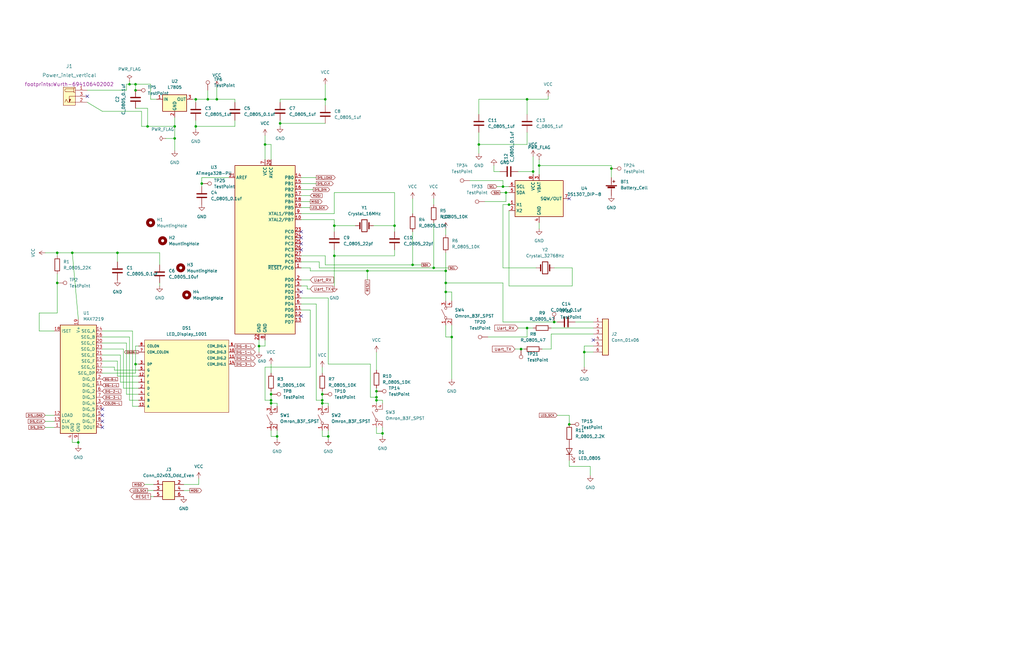
<source format=kicad_sch>
(kicad_sch (version 20211123) (generator eeschema)
  (paper "USLedger")
  (junction (at 158.75 167.64))
  (junction (at 82.55 53.34))
  (junction (at 73.66 58.42))
  (junction (at 173.99 111.76))
  (junction (at 227.33 69.85))
  (junction (at 135.89 168.91))
  (junction (at 166.37 95.25))
  (junction (at 116.84 184.15))
  (junction (at 158.75 165.1))
  (junction (at 222.25 41.91))
  (junction (at 57.15 153.67))
  (junction (at 91.44 41.91))
  (junction (at 114.3 166.37))
  (junction (at 135.89 170.18))
  (junction (at 49.53 106.68))
  (junction (at 190.5 142.24))
  (junction (at 54.61 35.56))
  (junction (at 187.96 119.38))
  (junction (at 257.81 71.12))
  (junction (at 224.79 72.39))
  (junction (at 213.36 81.28))
  (junction (at 135.89 166.37))
  (junction (at 158.75 168.91))
  (junction (at 212.09 78.74))
  (junction (at 240.03 179.07))
  (junction (at 214.63 86.36))
  (junction (at 140.97 107.95))
  (junction (at 114.3 168.91))
  (junction (at 219.71 147.32))
  (junction (at 140.97 95.25))
  (junction (at 111.76 60.96))
  (junction (at 118.11 52.07))
  (junction (at 114.3 170.18))
  (junction (at 182.88 113.03))
  (junction (at 33.02 186.69))
  (junction (at 24.13 106.68))
  (junction (at 57.15 38.1))
  (junction (at 85.09 77.47))
  (junction (at 30.48 106.68))
  (junction (at 222.25 138.43))
  (junction (at 62.23 53.34))
  (junction (at 246.38 148.59))
  (junction (at 82.55 41.91))
  (junction (at 24.13 119.38))
  (junction (at 233.68 135.89))
  (junction (at 154.94 114.3))
  (junction (at 187.96 123.19))
  (junction (at 137.16 41.91))
  (junction (at 201.93 60.96))
  (junction (at 57.15 35.56))
  (junction (at 87.63 41.91))
  (junction (at 138.43 184.15))
  (junction (at 73.66 53.34))
  (junction (at 161.29 182.88))
  (junction (at 109.22 146.05))
  (junction (at 187.96 114.3))
  (no_connect (at 127 100.33))
  (no_connect (at 127 97.79))
  (no_connect (at 127 105.41))
  (no_connect (at 127 102.87))
  (no_connect (at 36.83 40.64))
  (no_connect (at 43.18 177.8))
  (no_connect (at 43.18 175.26))
  (no_connect (at 43.18 180.34))
  (no_connect (at 43.18 172.72))
  (no_connect (at 240.03 83.82))
  (no_connect (at 127 123.19))
  (no_connect (at 127 133.35))
  (no_connect (at 250.19 143.51))
  (wire (pts (xy 62.23 53.34) (xy 73.66 53.34)))
  (wire (pts (xy 49.53 106.68) (xy 67.31 106.68)))
  (wire (pts (xy 73.66 49.53) (xy 73.66 53.34)))
  (wire (pts (xy 63.5 41.91) (xy 66.04 41.91)))
  (wire (pts (xy 127 90.17) (xy 140.97 90.17)))
  (wire (pts (xy 140.97 105.41) (xy 140.97 107.95)))
  (wire (pts (xy 114.3 153.67) (xy 114.3 157.48)))
  (wire (pts (xy 227.33 69.85) (xy 257.81 69.85)))
  (wire (pts (xy 127 120.65) (xy 129.54 120.65)))
  (wire (pts (xy 54.61 168.91) (xy 58.42 168.91)))
  (wire (pts (xy 48.26 154.94) (xy 48.26 156.21)))
  (wire (pts (xy 227.33 73.66) (xy 227.33 69.85)))
  (wire (pts (xy 127 92.71) (xy 140.97 92.71)))
  (wire (pts (xy 59.69 46.99) (xy 59.69 53.34)))
  (wire (pts (xy 246.38 148.59) (xy 246.38 154.94)))
  (wire (pts (xy 140.97 92.71) (xy 140.97 95.25)))
  (wire (pts (xy 127 118.11) (xy 130.81 118.11)))
  (wire (pts (xy 133.35 128.27) (xy 133.35 168.91)))
  (wire (pts (xy 99.06 53.34) (xy 99.06 50.8)))
  (wire (pts (xy 82.55 54.61) (xy 82.55 53.34)))
  (wire (pts (xy 43.18 147.32) (xy 52.07 147.32)))
  (wire (pts (xy 82.55 53.34) (xy 99.06 53.34)))
  (wire (pts (xy 233.68 135.89) (xy 234.95 135.89)))
  (wire (pts (xy 240.03 175.26) (xy 240.03 179.07)))
  (wire (pts (xy 54.61 35.56) (xy 57.15 35.56)))
  (wire (pts (xy 248.92 196.85) (xy 248.92 200.66)))
  (wire (pts (xy 96.52 74.93) (xy 85.09 74.93)))
  (wire (pts (xy 19.05 177.8) (xy 22.86 177.8)))
  (wire (pts (xy 140.97 107.95) (xy 140.97 120.65)))
  (wire (pts (xy 161.29 182.88) (xy 161.29 184.15)))
  (wire (pts (xy 187.96 119.38) (xy 212.09 119.38)))
  (wire (pts (xy 53.34 35.56) (xy 54.61 35.56)))
  (wire (pts (xy 204.47 85.09) (xy 213.36 85.09)))
  (wire (pts (xy 208.28 69.85) (xy 208.28 72.39)))
  (wire (pts (xy 190.5 123.19) (xy 187.96 123.19)))
  (wire (pts (xy 24.13 132.08) (xy 16.51 132.08)))
  (wire (pts (xy 212.09 135.89) (xy 233.68 135.89)))
  (wire (pts (xy 201.93 41.91) (xy 222.25 41.91)))
  (wire (pts (xy 130.81 114.3) (xy 154.94 114.3)))
  (wire (pts (xy 134.62 110.49) (xy 134.62 113.03)))
  (wire (pts (xy 214.63 120.65) (xy 241.3 120.65)))
  (wire (pts (xy 114.3 181.61) (xy 114.3 184.15)))
  (wire (pts (xy 49.53 106.68) (xy 49.53 110.49)))
  (wire (pts (xy 48.26 156.21) (xy 58.42 156.21)))
  (wire (pts (xy 111.76 146.05) (xy 109.22 146.05)))
  (wire (pts (xy 49.53 158.75) (xy 58.42 158.75)))
  (wire (pts (xy 222.25 138.43) (xy 224.79 138.43)))
  (wire (pts (xy 158.75 167.64) (xy 158.75 168.91)))
  (wire (pts (xy 109.22 143.51) (xy 109.22 146.05)))
  (wire (pts (xy 57.15 153.67) (xy 58.42 153.67)))
  (wire (pts (xy 127 125.73) (xy 138.43 125.73)))
  (wire (pts (xy 137.16 107.95) (xy 137.16 111.76)))
  (wire (pts (xy 43.18 152.4) (xy 49.53 152.4)))
  (wire (pts (xy 210.82 81.28) (xy 213.36 81.28)))
  (wire (pts (xy 24.13 106.68) (xy 24.13 107.95)))
  (wire (pts (xy 138.43 184.15) (xy 138.43 185.42)))
  (wire (pts (xy 43.18 144.78) (xy 53.34 144.78)))
  (wire (pts (xy 30.48 106.68) (xy 33.02 134.62)))
  (wire (pts (xy 109.22 146.05) (xy 109.22 148.59)))
  (wire (pts (xy 135.89 166.37) (xy 135.89 168.91)))
  (wire (pts (xy 212.09 78.74) (xy 212.09 76.2)))
  (wire (pts (xy 43.18 149.86) (xy 50.8 149.86)))
  (wire (pts (xy 81.28 41.91) (xy 82.55 41.91)))
  (wire (pts (xy 91.44 41.91) (xy 99.06 41.91)))
  (wire (pts (xy 135.89 165.1) (xy 135.89 166.37)))
  (wire (pts (xy 187.96 106.68) (xy 187.96 114.3)))
  (wire (pts (xy 36.83 43.18) (xy 43.18 46.99)))
  (wire (pts (xy 49.53 152.4) (xy 49.53 158.75)))
  (wire (pts (xy 114.3 184.15) (xy 116.84 184.15)))
  (wire (pts (xy 127 80.01) (xy 132.08 80.01)))
  (wire (pts (xy 16.51 132.08) (xy 16.51 139.7)))
  (wire (pts (xy 30.48 106.68) (xy 49.53 106.68)))
  (wire (pts (xy 77.47 204.47) (xy 83.82 204.47)))
  (wire (pts (xy 158.75 163.83) (xy 158.75 165.1)))
  (wire (pts (xy 213.36 81.28) (xy 214.63 81.28)))
  (wire (pts (xy 111.76 154.94) (xy 111.76 168.91)))
  (wire (pts (xy 82.55 43.18) (xy 82.55 41.91)))
  (wire (pts (xy 127 128.27) (xy 133.35 128.27)))
  (wire (pts (xy 173.99 83.82) (xy 173.99 90.17)))
  (wire (pts (xy 43.18 154.94) (xy 48.26 154.94)))
  (wire (pts (xy 212.09 76.2) (xy 198.12 76.2)))
  (wire (pts (xy 57.15 45.72) (xy 62.23 45.72)))
  (wire (pts (xy 135.89 168.91) (xy 135.89 170.18)))
  (wire (pts (xy 138.43 125.73) (xy 138.43 153.67)))
  (wire (pts (xy 116.84 170.18) (xy 114.3 170.18)))
  (wire (pts (xy 43.18 139.7) (xy 55.88 139.7)))
  (wire (pts (xy 214.63 86.36) (xy 212.09 86.36)))
  (wire (pts (xy 157.48 95.25) (xy 166.37 95.25)))
  (wire (pts (xy 182.88 93.98) (xy 182.88 113.03)))
  (wire (pts (xy 140.97 95.25) (xy 149.86 95.25)))
  (wire (pts (xy 138.43 181.61) (xy 138.43 184.15)))
  (wire (pts (xy 222.25 41.91) (xy 222.25 48.26)))
  (wire (pts (xy 127 113.03) (xy 130.81 113.03)))
  (wire (pts (xy 138.43 153.67) (xy 156.21 153.67)))
  (wire (pts (xy 201.93 41.91) (xy 201.93 48.26)))
  (wire (pts (xy 116.84 171.45) (xy 116.84 170.18)))
  (wire (pts (xy 134.62 113.03) (xy 182.88 113.03)))
  (wire (pts (xy 62.23 45.72) (xy 62.23 53.34)))
  (wire (pts (xy 58.42 146.05) (xy 57.15 146.05)))
  (wire (pts (xy 257.81 71.12) (xy 257.81 74.93)))
  (wire (pts (xy 240.03 194.31) (xy 240.03 196.85)))
  (wire (pts (xy 55.88 171.45) (xy 58.42 171.45)))
  (wire (pts (xy 135.89 170.18) (xy 135.89 171.45)))
  (wire (pts (xy 63.5 209.55) (xy 64.77 209.55)))
  (wire (pts (xy 158.75 165.1) (xy 158.75 167.64)))
  (wire (pts (xy 140.97 107.95) (xy 166.37 107.95)))
  (wire (pts (xy 250.19 140.97) (xy 232.41 140.97)))
  (wire (pts (xy 187.96 137.16) (xy 187.96 142.24)))
  (wire (pts (xy 158.75 168.91) (xy 158.75 170.18)))
  (wire (pts (xy 127 130.81) (xy 130.81 130.81)))
  (wire (pts (xy 130.81 113.03) (xy 130.81 114.3)))
  (wire (pts (xy 222.25 55.88) (xy 222.25 60.96)))
  (wire (pts (xy 43.18 46.99) (xy 59.69 46.99)))
  (wire (pts (xy 118.11 43.18) (xy 118.11 41.91)))
  (wire (pts (xy 111.76 154.94) (xy 130.81 154.94)))
  (wire (pts (xy 224.79 66.04) (xy 224.79 72.39)))
  (wire (pts (xy 59.69 53.34) (xy 62.23 53.34)))
  (wire (pts (xy 99.06 43.18) (xy 99.06 41.91)))
  (wire (pts (xy 111.76 168.91) (xy 114.3 168.91)))
  (wire (pts (xy 114.3 165.1) (xy 114.3 166.37)))
  (wire (pts (xy 127 110.49) (xy 134.62 110.49)))
  (wire (pts (xy 166.37 95.25) (xy 166.37 97.79)))
  (wire (pts (xy 190.5 127) (xy 190.5 123.19)))
  (wire (pts (xy 24.13 119.38) (xy 24.13 132.08)))
  (wire (pts (xy 30.48 185.42) (xy 30.48 186.69)))
  (wire (pts (xy 36.83 38.1) (xy 53.34 38.1)))
  (wire (pts (xy 53.34 38.1) (xy 53.34 35.56)))
  (wire (pts (xy 217.17 147.32) (xy 219.71 147.32)))
  (wire (pts (xy 127 82.55) (xy 130.81 82.55)))
  (wire (pts (xy 127 85.09) (xy 130.81 85.09)))
  (wire (pts (xy 114.3 170.18) (xy 114.3 171.45)))
  (wire (pts (xy 83.82 201.93) (xy 83.82 204.47)))
  (wire (pts (xy 53.34 166.37) (xy 58.42 166.37)))
  (wire (pts (xy 215.9 86.36) (xy 214.63 86.36)))
  (wire (pts (xy 67.31 119.38) (xy 67.31 120.65)))
  (wire (pts (xy 114.3 67.31) (xy 114.3 60.96)))
  (wire (pts (xy 224.79 72.39) (xy 224.79 73.66)))
  (wire (pts (xy 187.96 142.24) (xy 190.5 142.24)))
  (wire (pts (xy 156.21 153.67) (xy 156.21 167.64)))
  (wire (pts (xy 218.44 72.39) (xy 224.79 72.39)))
  (wire (pts (xy 201.93 60.96) (xy 222.25 60.96)))
  (wire (pts (xy 127 87.63) (xy 130.81 87.63)))
  (wire (pts (xy 241.3 113.03) (xy 233.68 113.03)))
  (wire (pts (xy 50.8 149.86) (xy 50.8 161.29)))
  (wire (pts (xy 214.63 88.9) (xy 214.63 120.65)))
  (wire (pts (xy 133.35 168.91) (xy 135.89 168.91)))
  (wire (pts (xy 114.3 168.91) (xy 114.3 170.18)))
  (wire (pts (xy 210.82 72.39) (xy 208.28 72.39)))
  (wire (pts (xy 166.37 81.28) (xy 166.37 95.25)))
  (wire (pts (xy 50.8 161.29) (xy 58.42 161.29)))
  (wire (pts (xy 213.36 81.28) (xy 213.36 85.09)))
  (wire (pts (xy 129.54 121.92) (xy 130.81 121.92)))
  (wire (pts (xy 43.18 157.48) (xy 57.15 157.48)))
  (wire (pts (xy 91.44 36.83) (xy 91.44 41.91)))
  (wire (pts (xy 205.74 142.24) (xy 222.25 142.24)))
  (wire (pts (xy 242.57 135.89) (xy 250.19 135.89)))
  (wire (pts (xy 67.31 106.68) (xy 67.31 111.76)))
  (wire (pts (xy 85.09 77.47) (xy 85.09 78.74)))
  (wire (pts (xy 137.16 35.56) (xy 137.16 41.91)))
  (wire (pts (xy 85.09 74.93) (xy 85.09 77.47)))
  (wire (pts (xy 246.38 148.59) (xy 250.19 148.59)))
  (wire (pts (xy 118.11 41.91) (xy 137.16 41.91)))
  (wire (pts (xy 127 77.47) (xy 133.35 77.47)))
  (wire (pts (xy 77.47 207.01) (xy 80.01 207.01)))
  (wire (pts (xy 232.41 140.97) (xy 232.41 147.32)))
  (wire (pts (xy 212.09 113.03) (xy 226.06 113.03)))
  (wire (pts (xy 54.61 142.24) (xy 54.61 168.91)))
  (wire (pts (xy 114.3 166.37) (xy 114.3 168.91)))
  (wire (pts (xy 234.95 175.26) (xy 240.03 175.26)))
  (wire (pts (xy 127 107.95) (xy 137.16 107.95)))
  (wire (pts (xy 19.05 180.34) (xy 22.86 180.34)))
  (wire (pts (xy 116.84 184.15) (xy 116.84 185.42)))
  (wire (pts (xy 30.48 186.69) (xy 33.02 186.69)))
  (wire (pts (xy 212.09 78.74) (xy 214.63 78.74)))
  (wire (pts (xy 158.75 148.59) (xy 158.75 156.21)))
  (wire (pts (xy 87.63 38.1) (xy 87.63 41.91)))
  (wire (pts (xy 135.89 154.94) (xy 135.89 157.48)))
  (wire (pts (xy 232.41 138.43) (xy 250.19 138.43)))
  (wire (pts (xy 82.55 41.91) (xy 87.63 41.91)))
  (wire (pts (xy 227.33 93.98) (xy 227.33 96.52)))
  (wire (pts (xy 135.89 184.15) (xy 138.43 184.15)))
  (wire (pts (xy 190.5 137.16) (xy 190.5 142.24)))
  (wire (pts (xy 212.09 119.38) (xy 212.09 135.89)))
  (wire (pts (xy 19.05 175.26) (xy 22.86 175.26)))
  (wire (pts (xy 111.76 57.15) (xy 111.76 60.96)))
  (wire (pts (xy 53.34 144.78) (xy 53.34 166.37)))
  (wire (pts (xy 222.25 41.91) (xy 231.14 41.91)))
  (wire (pts (xy 201.93 55.88) (xy 201.93 60.96)))
  (wire (pts (xy 138.43 171.45) (xy 138.43 170.18)))
  (wire (pts (xy 187.96 119.38) (xy 187.96 123.19)))
  (wire (pts (xy 240.03 196.85) (xy 248.92 196.85)))
  (wire (pts (xy 140.97 95.25) (xy 140.97 97.79)))
  (wire (pts (xy 24.13 115.57) (xy 24.13 119.38)))
  (wire (pts (xy 63.5 35.56) (xy 57.15 35.56)))
  (wire (pts (xy 111.76 60.96) (xy 114.3 60.96)))
  (wire (pts (xy 257.81 69.85) (xy 257.81 71.12)))
  (wire (pts (xy 228.6 147.32) (xy 232.41 147.32)))
  (wire (pts (xy 154.94 114.3) (xy 154.94 118.11)))
  (wire (pts (xy 63.5 35.56) (xy 63.5 41.91)))
  (wire (pts (xy 138.43 170.18) (xy 135.89 170.18)))
  (wire (pts (xy 118.11 50.8) (xy 118.11 52.07)))
  (wire (pts (xy 212.09 86.36) (xy 212.09 113.03)))
  (wire (pts (xy 60.96 204.47) (xy 64.77 204.47)))
  (wire (pts (xy 73.66 58.42) (xy 73.66 63.5)))
  (wire (pts (xy 57.15 146.05) (xy 57.15 153.67)))
  (wire (pts (xy 190.5 142.24) (xy 190.5 160.02)))
  (wire (pts (xy 227.33 67.31) (xy 227.33 69.85)))
  (wire (pts (xy 111.76 60.96) (xy 111.76 67.31)))
  (wire (pts (xy 19.05 106.68) (xy 24.13 106.68)))
  (wire (pts (xy 250.19 146.05) (xy 246.38 146.05)))
  (wire (pts (xy 219.71 147.32) (xy 220.98 147.32)))
  (wire (pts (xy 116.84 181.61) (xy 116.84 184.15)))
  (wire (pts (xy 156.21 167.64) (xy 158.75 167.64)))
  (wire (pts (xy 166.37 105.41) (xy 166.37 107.95)))
  (wire (pts (xy 43.18 142.24) (xy 54.61 142.24)))
  (wire (pts (xy 129.54 120.65) (xy 129.54 121.92)))
  (wire (pts (xy 33.02 185.42) (xy 33.02 186.69)))
  (wire (pts (xy 187.96 123.19) (xy 187.96 127)))
  (wire (pts (xy 52.07 147.32) (xy 52.07 163.83)))
  (wire (pts (xy 33.02 186.69) (xy 33.02 187.96)))
  (wire (pts (xy 57.15 38.1) (xy 57.15 35.56)))
  (wire (pts (xy 231.14 40.64) (xy 231.14 41.91)))
  (wire (pts (xy 111.76 143.51) (xy 111.76 146.05)))
  (wire (pts (xy 118.11 52.07) (xy 137.16 52.07)))
  (wire (pts (xy 62.23 207.01) (xy 64.77 207.01)))
  (wire (pts (xy 87.63 41.91) (xy 91.44 41.91)))
  (wire (pts (xy 209.55 78.74) (xy 212.09 78.74)))
  (wire (pts (xy 161.29 170.18) (xy 161.29 168.91)))
  (wire (pts (xy 173.99 111.76) (xy 177.8 111.76)))
  (wire (pts (xy 218.44 138.43) (xy 222.25 138.43)))
  (wire (pts (xy 135.89 181.61) (xy 135.89 184.15)))
  (wire (pts (xy 54.61 34.29) (xy 54.61 35.56)))
  (wire (pts (xy 246.38 146.05) (xy 246.38 148.59)))
  (wire (pts (xy 82.55 50.8) (xy 82.55 53.34)))
  (wire (pts (xy 182.88 83.82) (xy 182.88 86.36)))
  (wire (pts (xy 16.51 139.7) (xy 22.86 139.7)))
  (wire (pts (xy 57.15 153.67) (xy 57.15 157.48)))
  (wire (pts (xy 140.97 90.17) (xy 140.97 81.28)))
  (wire (pts (xy 173.99 97.79) (xy 173.99 111.76)))
  (wire (pts (xy 137.16 41.91) (xy 137.16 44.45)))
  (wire (pts (xy 222.25 138.43) (xy 222.25 142.24)))
  (wire (pts (xy 201.93 60.96) (xy 201.93 64.77)))
  (wire (pts (xy 52.07 163.83) (xy 58.42 163.83)))
  (wire (pts (xy 69.85 58.42) (xy 73.66 58.42)))
  (wire (pts (xy 158.75 182.88) (xy 161.29 182.88)))
  (wire (pts (xy 161.29 168.91) (xy 158.75 168.91)))
  (wire (pts (xy 24.13 106.68) (xy 30.48 106.68)))
  (wire (pts (xy 130.81 130.81) (xy 130.81 154.94)))
  (wire (pts (xy 241.3 120.65) (xy 241.3 113.03)))
  (wire (pts (xy 154.94 114.3) (xy 187.96 114.3)))
  (wire (pts (xy 140.97 81.28) (xy 166.37 81.28)))
  (wire (pts (xy 158.75 180.34) (xy 158.75 182.88)))
  (wire (pts (xy 73.66 53.34) (xy 73.66 58.42)))
  (wire (pts (xy 118.11 52.07) (xy 118.11 53.34)))
  (wire (pts (xy 187.96 114.3) (xy 187.96 119.38)))
  (wire (pts (xy 55.88 139.7) (xy 55.88 171.45)))
  (wire (pts (xy 182.88 113.03) (xy 189.23 113.03)))
  (wire (pts (xy 127 74.93) (xy 133.35 74.93)))
  (wire (pts (xy 137.16 111.76) (xy 173.99 111.76)))
  (wire (pts (xy 187.96 96.52) (xy 187.96 99.06)))
  (wire (pts (xy 161.29 180.34) (xy 161.29 182.88)))
  (global_label "DIS_LOAD" (shape output) (at 133.35 74.93 0) (effects (font (size 0.91 0.91))) (property "Intersheet References" "${INTERSHEET_REFS}" (effects hide)))
  (global_label "SDA" (shape output) (at 210.82 81.28 180) (effects (font (size 0.81 0.81))) (property "Intersheet References" "${INTERSHEET_REFS}" (effects hide)))
  (global_label "SDA" (shape output) (at 177.8 111.76 0) (effects (font (size 0.81 0.81))) (property "Intersheet References" "${INTERSHEET_REFS}" (effects hide)))
  (global_label "MISO" (shape input) (at 60.96 204.47 180) (effects (font (size 0.91 0.91))) (property "Intersheet References" "${INTERSHEET_REFS}" (effects hide)))
  (global_label "DIG-3-L" (shape input) (at 43.18 167.64 0) (effects (font (size 0.91 0.91))) (property "Intersheet References" "${INTERSHEET_REFS}" (effects hide)))
  (global_label "Uart_TX" (shape input) (at 130.81 121.92 0) (property "Intersheet References" "${INTERSHEET_REFS}" (effects hide)))
  (global_label "COLON-L" (shape input) (at 43.18 170.18 0) (effects (font (size 0.91 0.91))) (property "Intersheet References" "${INTERSHEET_REFS}" (effects hide)))
  (global_label "Uart_TX" (shape input) (at 217.17 147.32 180) (property "Intersheet References" "${INTERSHEET_REFS}" (effects hide)))
  (global_label "DIS_CLK" (shape input) (at 19.05 177.8 180) (effects (font (size 0.91 0.91))) (property "Intersheet References" "${INTERSHEET_REFS}" (effects hide)))
  (global_label "DIG-3-L" (shape output) (at 99.06 153.67 0) (effects (font (size 1 1))) (property "Intersheet References" "${INTERSHEET_REFS}" (effects hide)))
  (global_label "DIS_LOAD" (shape input) (at 19.05 175.26 180) (effects (font (size 0.91 0.91))) (property "Intersheet References" "${INTERSHEET_REFS}" (effects hide)))
  (global_label "DIG-0-L" (shape output) (at 99.06 146.05 0) (effects (font (size 1 1))) (property "Intersheet References" "${INTERSHEET_REFS}" (effects hide)))
  (global_label "Uart_RX" (shape input) (at 218.44 138.43 180) (property "Intersheet References" "${INTERSHEET_REFS}" (effects hide)))
  (global_label "MISO" (shape output) (at 130.81 85.09 0) (effects (font (size 0.91 0.91))) (property "Intersheet References" "${INTERSHEET_REFS}" (effects hide)))
  (global_label "MOSI" (shape input) (at 130.81 82.55 0) (effects (font (size 0.91 0.91))) (property "Intersheet References" "${INTERSHEET_REFS}" (effects hide)))
  (global_label "DIG-2-L" (shape output) (at 99.06 151.13 0) (effects (font (size 1 1))) (property "Intersheet References" "${INTERSHEET_REFS}" (effects hide)))
  (global_label "DIS_DIN" (shape input) (at 19.05 180.34 180) (effects (font (size 0.91 0.91))) (property "Intersheet References" "${INTERSHEET_REFS}" (effects hide)))
  (global_label "DIS_CLK" (shape output) (at 133.35 77.47 0) (effects (font (size 0.91 0.91))) (property "Intersheet References" "${INTERSHEET_REFS}" (effects hide)))
  (global_label "COLON-L" (shape output) (at 58.42 148.59 180) (effects (font (size 0.67 0.67))) (property "Intersheet References" "${INTERSHEET_REFS}" (effects hide)))
  (global_label "DIS_DIN" (shape output) (at 132.08 80.01 0) (effects (font (size 0.91 0.91))) (property "Intersheet References" "${INTERSHEET_REFS}" (effects hide)))
  (global_label "LED_SCK" (shape output) (at 62.23 207.01 180) (effects (font (size 0.91 0.91))) (property "Intersheet References" "${INTERSHEET_REFS}" (effects hide)))
  (global_label "DIG-1-L" (shape input) (at 43.18 162.56 0) (effects (font (size 0.79 0.79))) (property "Intersheet References" "${INTERSHEET_REFS}" (effects hide)))
  (global_label "SCL" (shape output) (at 189.23 113.03 0) (effects (font (size 0.81 0.81))) (property "Intersheet References" "${INTERSHEET_REFS}" (effects hide)))
  (global_label "MOSI" (shape output) (at 80.01 207.01 0) (effects (font (size 0.91 0.91))) (property "Intersheet References" "${INTERSHEET_REFS}" (effects hide)))
  (global_label "DIG-0-L" (shape input) (at 43.18 160.02 0) (effects (font (size 0.75 0.75))) (property "Intersheet References" "${INTERSHEET_REFS}" (effects hide)))
  (global_label "SCL" (shape input) (at 209.55 78.74 180) (effects (font (size 0.81 0.81))) (property "Intersheet References" "${INTERSHEET_REFS}" (effects hide)))
  (global_label "LED_SCK" (shape output) (at 130.81 87.63 0) (effects (font (size 0.91 0.91))) (property "Intersheet References" "${INTERSHEET_REFS}" (effects hide)))
  (global_label "LED_SCK" (shape input) (at 234.95 175.26 180) (effects (font (size 0.91 0.91))) (property "Intersheet References" "${INTERSHEET_REFS}" (effects hide)))
  (global_label "RESET" (shape output) (at 63.5 209.55 180) (property "Intersheet References" "${INTERSHEET_REFS}" (effects hide)))
  (global_label "RESET" (shape output) (at 154.94 118.11 270) (effects (font (size 1 1))) (property "Intersheet References" "${INTERSHEET_REFS}" (effects hide)))
  (global_label "DIG-2-L" (shape input) (at 43.18 165.1 0) (effects (font (size 0.91 0.91))) (property "Intersheet References" "${INTERSHEET_REFS}" (effects hide)))
  (global_label "DIG-1-L" (shape output) (at 99.06 148.59 0) (effects (font (size 1 1))) (property "Intersheet References" "${INTERSHEET_REFS}" (effects hide)))
  (global_label "Uart_RX" (shape input) (at 130.81 118.11 0) (property "Intersheet References" "${INTERSHEET_REFS}" (effects hide)))
  (symbol (lib_id "HPS:Crystal_32768Hz") (at 229.87 113.03 0) (unit 1)
    (property "Reference" "Y2" (at 229.87 105.41 0))
    (property "Value" "Crystal_32768Hz" (at 229.87 107.95 0))
    (property "Footprint" "footprints:Crystal_SMD_2Pin_3.2x1.5mm" (effects hide))
    (property "Datasheet" "https://www.jauch.com/downloadfile/57fde22d50dbf_d3c203011c87952f2834/jtx310-auto-2-210512.pdf" (effects hide))
    (property "MFG" "Jauch Quartz" (effects hide))
    (property "MPN" "Q 0,032768-JTX310-12,5-20-T1-HMR-50K-LF" (effects hide))
    (property "Digikey PN" "1908-1314-1-ND" (effects hide))
    (property "Mouser PN" "N/A" (effects hide))
  )
  (symbol (lib_id "HPS:R_0805_10K") (at 114.3 161.29 0) (unit 1)
    (property "Reference" "R3" (at 116.84 160.0199 0) (effects (justify left)))
    (property "Value" "R_0805_10K" (at 116.84 162.5599 0) (effects (justify left)))
    (property "Footprint" "footprints:R_0805_2012Metric" (effects hide))
    (property "Datasheet" "https://www.digikey.com/en/products/detail/yageo/RC0805FR-0710KL/727535" (effects hide))
    (property "MFG" "Yageo" (effects hide))
    (property "MPN" "RC0805FR-0710KL" (effects hide))
    (property "Digikey PN" "311-10.0KCRCT-ND" (effects hide))
    (property "Mouser PN" "N/A" (effects hide))
    (property "Power" "N/A" (effects hide))
    (property "Tolerance" "N/A" (effects hide))
  )
  (symbol (lib_id "HPS:TestPoint") (at 87.63 38.1 0) (unit 1)
    (property "Reference" "TP6" (at 90.17 33.5279 0) (effects (justify left)))
    (property "Value" "TestPoint" (at 90.17 36.0679 0) (effects (justify left)))
    (property "Footprint" "footprints:TestPoint_THTPad_D2.0mm_Drill1.0mm" (effects hide))
  )
  (symbol (lib_id "HPS:VCC") (at 19.05 106.68 90) (unit 1)
    (property "Reference" "#PWR01" (effects hide))
    (property "Value" "VCC" (at 13.97 106.68 0))
  )
  (symbol (lib_id "HPS:GND") (at 138.43 185.42 0) (unit 1)
    (property "Reference" "#PWR0105" (effects hide))
    (property "Value" "GND" (at 138.43 190.5 0))
  )
  (symbol (lib_id "HPS:GND") (at 248.92 200.66 0) (unit 1)
    (property "Reference" "#PWR0104" (effects hide))
    (property "Value" "GND" (at 248.92 205.74 0))
  )
  (symbol (lib_id "HPS:Conn_01x06") (at 255.27 140.97 0) (unit 1)
    (property "Reference" "J2" (at 257.81 140.9699 0) (effects (justify left)))
    (property "Value" "Conn_01x06" (at 257.81 143.5099 0) (effects (justify left)))
    (property "Footprint" "footprints:PinHeader_1x06_P2.54mm_Vertical" (effects hide))
    (property "Datasheet" "https://www.we-online.de/katalog/datasheet/6130xx11121.pdf" (effects hide))
    (property "MFG" "Würth Elektronik" (effects hide))
    (property "MPN" "61300611121" (effects hide))
    (property "Digikey PN" "732-5319-ND" (effects hide))
    (property "Mouser PN" "N/A" (effects hide))
  )
  (symbol (lib_id "HPS:C_0805_22pf") (at 140.97 101.6 0) (unit 1)
    (property "Reference" "C9" (at 144.78 100.3299 0) (effects (justify left)))
    (property "Value" "C_0805_22pf" (at 144.78 102.8699 0) (effects (justify left)))
    (property "Footprint" "footprints:C_0805_2012Metric" (effects hide))
    (property "Datasheet" "https://www.yageo.com/upload/media/product/productsearch/datasheet/mlcc/UPY-GP_NP0_16V-to-50V_18.pdf" (effects hide))
    (property "MFG" "Yageo" (effects hide))
    (property "MPN" "CC0805JRNPO9BN220" (effects hide))
    (property "Digikey PN" "311-1103-1-ND" (effects hide))
    (property "Mouser PN" "N/A" (effects hide))
    (property "Voltage" "N/A" (effects hide))
    (property "Dielectric" "N/A" (effects hide))
    (property "Tolerance" "N/A" (effects hide))
  )
  (symbol (lib_id "HPS:GND") (at 246.38 154.94 0) (unit 1)
    (property "Reference" "#PWR0116" (effects hide))
    (property "Value" "GND" (at 246.38 160.02 0))
  )
  (symbol (lib_id "HPS:GND") (at 82.55 54.61 0) (unit 1)
    (property "Reference" "#PWR0108" (effects hide))
    (property "Value" "GND" (at 82.55 59.69 0))
  )
  (symbol (lib_id "HPS:MountingHole") (at 78.74 124.46 0) (unit 1)
    (property "Reference" "H4" (at 81.28 123.1899 0) (effects (justify left)))
    (property "Value" "MountingHole" (at 81.28 125.7299 0) (effects (justify left)))
    (property "Footprint" "footprints:MountingHole_3.2mm_M3" (effects hide))
  )
  (symbol (lib_id "HPS:VCC") (at 135.89 154.94 0) (unit 1)
    (property "Reference" "#PWR06" (effects hide))
    (property "Value" "VCC" (at 135.89 149.86 0))
  )
  (symbol (lib_id "HPS:MountingHole") (at 68.58 101.6 0) (unit 1)
    (property "Reference" "H2" (at 71.12 100.3299 0) (effects (justify left)))
    (property "Value" "MountingHole" (at 71.12 102.8699 0) (effects (justify left)))
    (property "Footprint" "footprints:MountingHole_3.2mm_M3" (effects hide))
  )
  (symbol (lib_id "HPS:TestPoint") (at 240.03 179.07 270) (unit 1)
    (property "Reference" "TP15" (at 245.11 177.7999 90) (effects (justify left)))
    (property "Value" "TestPoint" (at 245.11 180.3399 90) (effects (justify left)))
    (property "Footprint" "footprints:TestPoint_THTPad_D2.0mm_Drill1.0mm" (effects hide))
  )
  (symbol (lib_id "HPS:GND") (at 140.97 120.65 0) (unit 1)
    (property "Reference" "#PWR0118" (effects hide))
    (property "Value" "GND" (at 140.97 125.73 0))
  )
  (symbol (lib_id "HPS:C_0805_10uf") (at 67.31 115.57 0) (unit 1)
    (property "Reference" "C6" (at 71.12 114.2999 0) (effects (justify left)))
    (property "Value" "C_0805_10uf" (at 71.12 116.8399 0) (effects (justify left)))
    (property "Footprint" "footprints:C_0805_2012Metric" (effects hide))
    (property "Datasheet" "https://search.murata.co.jp/Ceramy/image/img/A01X/G101/ENG/GRM21BR61E106KA73-01.pdf" (effects hide))
    (property "MFG" "Murata Electronics" (effects hide))
    (property "MPN" "GRM21BR61E106KA73L" (effects hide))
    (property "Digikey PN" "490-5523-1-ND" (effects hide))
    (property "Mouser PN" "N/A" (effects hide))
    (property "Voltage" "N/A" (effects hide))
    (property "Dielectric" "N/A" (effects hide))
    (property "Tolerance" "N/A" (effects hide))
  )
  (symbol (lib_id "HPS:Omron_B3F_SPST") (at 158.75 175.26 90) (unit 1)
    (property "Reference" "SW3" (at 162.56 173.9899 90) (effects (justify right)))
    (property "Value" "Omron_B3F_SPST" (at 162.56 176.5299 90) (effects (justify right)))
    (property "Footprint" "footprints:SW_SPST_Omron_B3FS-100xP" (effects hide))
    (property "Datasheet" "https://omronfs.omron.com/en_US/ecb/products/pdf/en-b3fs.pdf" (effects hide))
    (property "MFG" "Omron Electronics Inc-EMC Div" (effects hide))
    (property "MPN" "B3FS-1000P" (effects hide))
    (property "Digikey PN" "SW423CT-ND" (effects hide))
    (property "Mouser PN" "N/A" (effects hide))
  )
  (symbol (lib_id "HPS:C_0805_22pf") (at 166.37 101.6 0) (unit 1)
    (property "Reference" "C10" (at 170.18 100.3299 0) (effects (justify left)))
    (property "Value" "C_0805_22pf" (at 170.18 102.8699 0) (effects (justify left)))
    (property "Footprint" "footprints:C_0805_2012Metric" (effects hide))
    (property "Datasheet" "https://www.yageo.com/upload/media/product/productsearch/datasheet/mlcc/UPY-GP_NP0_16V-to-50V_18.pdf" (effects hide))
    (property "MFG" "Yageo" (effects hide))
    (property "MPN" "CC0805JRNPO9BN220" (effects hide))
    (property "Digikey PN" "311-1103-1-ND" (effects hide))
    (property "Mouser PN" "N/A" (effects hide))
    (property "Voltage" "N/A" (effects hide))
    (property "Dielectric" "N/A" (effects hide))
    (property "Tolerance" "N/A" (effects hide))
  )
  (symbol (lib_id "HPS:ATmega328-PU") (at 111.76 105.41 0) (unit 1)
    (property "Reference" "U3" (at 90.17 70.5993 0))
    (property "Value" "ATmega328-PU" (at 90.17 73.1393 0))
    (property "Footprint" "footprints:DIP-28_W7.62mm" (effects hide))
    (property "Datasheet" "http://www.microchip.com/mymicrochip/filehandler.aspx?ddocname=en608326" (effects hide))
    (property "MFG" "On Shore Technology Inc." (effects hide))
    (property "MPN" "ED281DT" (effects hide))
    (property "Digikey PN" "ED3050-5-ND" (effects hide))
    (property "Mouser PN" "N/A" (effects hide))
  )
  (symbol (lib_id "HPS:GND") (at 33.02 187.96 0) (unit 1)
    (property "Reference" "#PWR0102" (effects hide))
    (property "Value" "GND" (at 33.02 193.04 0))
  )
  (symbol (lib_id "HPS:C_0805_1uf") (at 137.16 48.26 0) (unit 1)
    (property "Reference" "C8" (at 140.97 46.9899 0) (effects (justify left)))
    (property "Value" "C_0805_1uf" (at 140.97 49.5299 0) (effects (justify left)))
    (property "Footprint" "footprints:C_0805_2012Metric" (effects hide))
    (property "Datasheet" "https://www.yageo.com/upload/media/product/productsearch/datasheet/mlcc/UPY-GPHC_X7R_6.3V-to-50V_18.pdf" (effects hide))
    (property "MFG" "Yageo" (effects hide))
    (property "MPN" "CC0805KKX7R8BB105" (effects hide))
    (property "Digikey PN" "311-1456-1-ND" (effects hide))
    (property "Mouser PN" "N/A" (effects hide))
    (property "Voltage" "N/A" (effects hide))
    (property "Dielectric" "N/A" (effects hide))
    (property "Tolerance" "N/A" (effects hide))
  )
  (symbol (lib_id "HPS:MountingHole") (at 76.2 113.03 0) (unit 1)
    (property "Reference" "H3" (at 78.74 111.7599 0) (effects (justify left)))
    (property "Value" "MountingHole" (at 78.74 114.2999 0) (effects (justify left)))
    (property "Footprint" "footprints:MountingHole_3.2mm_M3" (effects hide))
  )
  (symbol (lib_id "HPS:LED_Display_1001") (at 101.6 153.67 180) (unit 1)
    (property "Reference" "DS1" (at 78.74 138.43 0))
    (property "Value" "LED_Display_1001" (at 78.74 140.97 0))
    (property "Footprint" "footprints:Adafruit-1001-0-0-MFG" (effects hide))
    (property "Datasheet" "https://cdn-shop.adafruit.com/datasheets/1001datasheet.pdf" (effects hide))
    (property "automotive" "No" (effects hide))
    (property "category" "Disp" (effects hide))
    (property "device class L1" "Optoelectronics" (effects hide))
    (property "device class L2" "Displays" (effects hide))
    (property "device class L3" "LED Displays" (effects hide))
    (property "digikey description" "WHITE 7-SEGMENT CLOCK DISPLAY" (effects hide))
    (property "digikey part number" "1528-1513-ND" (effects hide))
    (property "display type" "LED" (effects hide))
    (property "element config" "Common Cathode" (effects hide))
    (property "forward current" "20mA" (effects hide))
    (property "forward voltage" "3.2V" (effects hide))
    (property "height" "8.25mm" (effects hide))
    (property "lead free" "Yes" (effects hide))
    (property "library id" "a002f1a2b35db532" (effects hide))
    (property "luminous intensity" "30mcd" (effects hide))
    (property "manufacturer" "Adafruit" (effects hide))
    (property "mouser description" "Adafruit Accessories White 7-segment Clock Display" (effects hide))
    (property "mouser part number" "485-1001" (effects hide))
    (property "package" "PTH_50MM2_19MM0" (effects hide))
    (property "power dissipation" "100mW" (effects hide))
    (property "reverse voltage" "5V" (effects hide))
    (property "rohs" "Yes" (effects hide))
    (property "temperature range high" "+80°C" (effects hide))
    (property "temperature range low" "-40°C" (effects hide))
    (property "test current" "20mA" (effects hide))
    (property "MFG" "Adafruit Industries LLC" (effects hide))
    (property "MPN" "1001" (effects hide))
    (property "Digikey PN" "1528-1513-ND" (effects hide))
    (property "Mouser PN" "N/A" (effects hide))
  )
  (symbol (lib_id "HPS:R_0805_10K") (at 182.88 90.17 0) (unit 1)
    (property "Reference" "R5" (at 185.42 88.8999 0) (effects (justify left)))
    (property "Value" "R_0805_10K" (at 185.42 91.4399 0) (effects (justify left)))
    (property "Footprint" "footprints:R_0805_2012Metric" (effects hide))
    (property "Datasheet" "https://www.digikey.com/en/products/detail/yageo/RC0805FR-0710KL/727535" (effects hide))
    (property "MFG" "Yageo" (effects hide))
    (property "MPN" "RC0805FR-0710KL" (effects hide))
    (property "Digikey PN" "311-10.0KCRCT-ND" (effects hide))
    (property "Mouser PN" "N/A" (effects hide))
    (property "Power" "N/A" (effects hide))
    (property "Tolerance" "N/A" (effects hide))
  )
  (symbol (lib_id "HPS:GND") (at 73.66 63.5 0) (unit 1)
    (property "Reference" "#PWR0109" (effects hide))
    (property "Value" "GND" (at 73.66 68.58 0))
  )
  (symbol (lib_id "HPS:TestPoint") (at 204.47 85.09 90) (unit 1)
    (property "Reference" "TP33" (at 201.168 78.74 90))
    (property "Value" "TestPoint" (at 201.168 81.28 90))
    (property "Footprint" "footprints:TestPoint_THTPad_D2.0mm_Drill1.0mm" (effects hide))
  )
  (symbol (lib_id "HPS:DS1307_DIP-8") (at 227.33 83.82 0) (unit 1)
    (property "Reference" "U4" (at 246.38 79.4893 0))
    (property "Value" "DS1307_DIP-8" (at 246.38 82.0293 0))
    (property "Footprint" "footprints:DIP-8_W7.62mm" (effects hide))
    (property "Datasheet" "https://datasheets.maximintegrated.com/en/ds/DS1307.pdf" (effects hide))
    (property "MFG" "Assmann WSW Components" (effects hide))
    (property "MPN" "A 08-LC-TT" (effects hide))
    (property "Digikey PN" "AE9986-ND" (effects hide))
    (property "Mouser PN" "N/A" (effects hide))
  )
  (symbol (lib_id "HPS:R_0805_10K") (at 187.96 102.87 0) (unit 1)
    (property "Reference" "R6" (at 190.5 101.5999 0) (effects (justify left)))
    (property "Value" "R_0805_10K" (at 190.5 104.1399 0) (effects (justify left)))
    (property "Footprint" "footprints:R_0805_2012Metric" (effects hide))
    (property "Datasheet" "https://www.digikey.com/en/products/detail/yageo/RC0805FR-0710KL/727535" (effects hide))
    (property "MFG" "Yageo" (effects hide))
    (property "MPN" "RC0805FR-0710KL" (effects hide))
    (property "Digikey PN" "311-10.0KCRCT-ND" (effects hide))
    (property "Mouser PN" "N/A" (effects hide))
    (property "Power" "N/A" (effects hide))
    (property "Tolerance" "N/A" (effects hide))
  )
  (symbol (lib_id "HPS:TestPoint") (at 205.74 142.24 90) (unit 1)
    (property "Reference" "TP20" (at 202.438 135.89 90))
    (property "Value" "TestPoint" (at 202.438 138.43 90))
    (property "Footprint" "footprints:TestPoint_THTPad_D2.0mm_Drill1.0mm" (effects hide))
  )
  (symbol (lib_id "HPS:VCC") (at 137.16 35.56 0) (unit 1)
    (property "Reference" "#PWR07" (effects hide))
    (property "Value" "VCC" (at 137.16 30.48 0))
  )
  (symbol (lib_id "HPS:LED_0805") (at 240.03 190.5 90) (unit 1)
    (property "Reference" "D1" (at 243.84 190.8301 90) (effects (justify right)))
    (property "Value" "LED_0805" (at 243.84 193.3701 90) (effects (justify right)))
    (property "Footprint" "footprints:LED_0805_2012Metric" (effects hide))
    (property "Datasheet" "https://www.we-online.de/katalog/datasheet/150080RS75000.pdf" (effects hide))
    (property "MFG" "Würth Elektronik" (effects hide))
    (property "MPN" "150080RS75000" (effects hide))
    (property "Digikey PN" "732-4984-1-ND" (effects hide))
    (property "Mouser PN" "N/A" (effects hide))
  )
  (symbol (lib_id "HPS:GND") (at 190.5 160.02 0) (unit 1)
    (property "Reference" "#PWR0117" (effects hide))
    (property "Value" "GND" (at 190.5 165.1 0))
  )
  (symbol (lib_id "HPS:VCC") (at 224.79 66.04 0) (unit 1)
    (property "Reference" "#PWR012" (effects hide))
    (property "Value" "VCC" (at 224.79 60.96 0))
  )
  (symbol (lib_id "HPS:PWR_FLAG") (at 69.85 58.42 90) (unit 1)
    (property "Reference" "#FLG0101" (effects hide))
    (property "Value" "PWR_FLAG" (at 68.58 54.61 90))
  )
  (symbol (lib_id "HPS:R_0805_47") (at 224.79 147.32 90) (unit 1)
    (property "Reference" "R8" (at 224.79 140.97 90))
    (property "Value" "R_0805_47" (at 224.79 143.51 90))
    (property "Footprint" "footprints:R_0805_2012Metric" (effects hide))
    (property "Datasheet" "https://www.digikey.com/en/products/detail/yageo/RC0805FR-0747RL/727972" (effects hide))
    (property "MFG" "Yageo" (effects hide))
    (property "Digikey PN" "RC0805FR-0747RL " (effects hide))
    (property "Mouser PN" "N/A" (effects hide))
    (property "Power" "N/A" (effects hide))
    (property "Tolerance" "N/A" (effects hide))
    (property "MPN" "RC0805FR-0747RL " (effects hide))
  )
  (symbol (lib_id "HPS:C_0805_1uf") (at 222.25 52.07 0) (unit 1)
    (property "Reference" "C13" (at 226.06 50.7999 0) (effects (justify left)))
    (property "Value" "C_0805_1uf" (at 226.06 53.3399 0) (effects (justify left)))
    (property "Footprint" "footprints:C_0805_2012Metric" (effects hide))
    (property "Datasheet" "https://www.yageo.com/upload/media/product/productsearch/datasheet/mlcc/UPY-GPHC_X7R_6.3V-to-50V_18.pdf" (effects hide))
    (property "MFG" "Yageo" (effects hide))
    (property "MPN" "CC0805KKX7R8BB105" (effects hide))
    (property "Digikey PN" "311-1456-1-ND" (effects hide))
    (property "Mouser PN" "N/A" (effects hide))
    (property "Voltage" "N/A" (effects hide))
    (property "Dielectric" "N/A" (effects hide))
    (property "Tolerance" "N/A" (effects hide))
  )
  (symbol (lib_id "HPS:C_0805_0.1uf") (at 49.53 114.3 0) (unit 1)
    (property "Reference" "C1" (at 53.34 113.0299 0) (effects (justify left)))
    (property "Value" "C_0805_0.1uf" (at 53.34 115.5699 0) (effects (justify left)))
    (property "Footprint" "footprints:C_0805_2012Metric" (effects hide))
    (property "Datasheet" "https://datasheets.avx.com/X7RDielectric.pdf" (effects hide))
    (property "MFG" "AVX Corporation" (effects hide))
    (property "MPN" "08055C104KAT2A" (effects hide))
    (property "Digikey PN" "478-1395-1-ND" (effects hide))
    (property "Mouser PN" "N/A" (effects hide))
    (property "Voltage" "N/A" (effects hide))
    (property "Dielectric" "N/A" (effects hide))
    (property "Tolerance" "N/A" (effects hide))
  )
  (symbol (lib_id "HPS:Omron_B3F_SPST") (at 114.3 176.53 90) (unit 1)
    (property "Reference" "SW1" (at 118.11 175.2599 90) (effects (justify right)))
    (property "Value" "Omron_B3F_SPST" (at 118.11 177.7999 90) (effects (justify right)))
    (property "Footprint" "footprints:SW_SPST_Omron_B3FS-100xP" (effects hide))
    (property "Datasheet" "https://omronfs.omron.com/en_US/ecb/products/pdf/en-b3fs.pdf" (effects hide))
    (property "MFG" "Omron Electronics Inc-EMC Div" (effects hide))
    (property "MPN" "B3FS-1000P" (effects hide))
    (property "Digikey PN" "SW423CT-ND" (effects hide))
    (property "Mouser PN" "N/A" (effects hide))
  )
  (symbol (lib_id "HPS:C_0805_1uf") (at 201.93 52.07 0) (unit 1)
    (property "Reference" "C11" (at 205.74 50.7999 0) (effects (justify left)))
    (property "Value" "C_0805_1uf" (at 205.74 53.3399 0) (effects (justify left)))
    (property "Footprint" "footprints:C_0805_2012Metric" (effects hide))
    (property "Datasheet" "https://www.yageo.com/upload/media/product/productsearch/datasheet/mlcc/UPY-GPHC_X7R_6.3V-to-50V_18.pdf" (effects hide))
    (property "MFG" "Yageo" (effects hide))
    (property "MPN" "CC0805KKX7R8BB105" (effects hide))
    (property "Digikey PN" "311-1456-1-ND" (effects hide))
    (property "Mouser PN" "N/A" (effects hide))
    (property "Voltage" "N/A" (effects hide))
    (property "Dielectric" "N/A" (effects hide))
    (property "Tolerance" "N/A" (effects hide))
  )
  (symbol (lib_id "HPS:TestPoint") (at 57.15 38.1 270) (unit 1)
    (property "Reference" "TP5" (at 62.23 36.8299 90) (effects (justify left)))
    (property "Value" "TestPoint" (at 62.23 39.3699 90) (effects (justify left)))
    (property "Footprint" "footprints:TestPoint_THTPad_D2.0mm_Drill1.0mm" (effects hide))
  )
  (symbol (lib_id "HPS:GND") (at 49.53 118.11 0) (unit 1)
    (property "Reference" "#PWR0101" (effects hide))
    (property "Value" "GND" (at 49.53 123.19 0))
  )
  (symbol (lib_id "HPS:VCC") (at 158.75 148.59 0) (unit 1)
    (property "Reference" "#PWR08" (effects hide))
    (property "Value" "VCC" (at 158.75 143.51 0))
  )
  (symbol (lib_id "HPS:C_0805_0.1uf") (at 57.15 41.91 180) (unit 1)
    (property "Reference" "C2" (at 49.53 41.91 90))
    (property "Value" "C_0805_0.1uf" (at 52.07 41.91 90))
    (property "Footprint" "footprints:C_0805_2012Metric" (effects hide))
    (property "Datasheet" "https://datasheets.avx.com/X7RDielectric.pdf" (effects hide))
    (property "MFG" "AVX Corporation" (effects hide))
    (property "MPN" "08055C104KAT2A" (effects hide))
    (property "Digikey PN" "478-1395-1-ND" (effects hide))
    (property "Mouser PN" "N/A" (effects hide))
    (property "Voltage" "N/A" (effects hide))
    (property "Dielectric" "N/A" (effects hide))
    (property "Tolerance" "N/A" (effects hide))
  )
  (symbol (lib_id "HPS:VCC") (at 173.99 83.82 0) (unit 1)
    (property "Reference" "#PWR09" (effects hide))
    (property "Value" "VCC" (at 173.99 78.74 0))
  )
  (symbol (lib_id "HPS:PWR_FLAG") (at 227.33 67.31 0) (unit 1)
    (property "Reference" "#FLG0103" (effects hide))
    (property "Value" "PWR_FLAG" (at 227.33 62.23 0))
  )
  (symbol (lib_id "HPS:GND") (at 67.31 120.65 0) (unit 1)
    (property "Reference" "#PWR0120" (effects hide))
    (property "Value" "GND" (at 67.31 125.73 0))
  )
  (symbol (lib_id "HPS:C_0805_0.1uf") (at 214.63 72.39 90) (unit 1)
    (property "Reference" "C12" (at 213.3599 68.58 0) (effects (justify left)))
    (property "Value" "C_0805_0.1uf" (at 215.8999 68.58 0) (effects (justify left)))
    (property "Footprint" "footprints:C_0805_2012Metric" (effects hide))
    (property "Datasheet" "https://datasheets.avx.com/X7RDielectric.pdf" (effects hide))
    (property "MFG" "AVX Corporation" (effects hide))
    (property "MPN" "08055C104KAT2A" (effects hide))
    (property "Digikey PN" "478-1395-1-ND" (effects hide))
    (property "Mouser PN" "N/A" (effects hide))
    (property "Voltage" "N/A" (effects hide))
    (property "Dielectric" "N/A" (effects hide))
    (property "Tolerance" "N/A" (effects hide))
  )
  (symbol (lib_id "HPS:PWR_FLAG") (at 54.61 34.29 0) (unit 1)
    (property "Reference" "#FLG0102" (effects hide))
    (property "Value" "PWR_FLAG" (at 54.61 29.21 0))
  )
  (symbol (lib_id "HPS:TestPoint") (at 198.12 76.2 90) (unit 1)
    (property "Reference" "TP34" (at 194.818 69.85 90))
    (property "Value" "TestPoint" (at 194.818 72.39 90))
    (property "Footprint" "footprints:TestPoint_THTPad_D2.0mm_Drill1.0mm" (effects hide))
  )
  (symbol (lib_id "HPS:Omron_B3F_SPST") (at 187.96 132.08 90) (unit 1)
    (property "Reference" "SW4" (at 191.77 130.8099 90) (effects (justify right)))
    (property "Value" "Omron_B3F_SPST" (at 191.77 133.3499 90) (effects (justify right)))
    (property "Footprint" "footprints:SW_SPST_Omron_B3FS-100xP" (effects hide))
    (property "Datasheet" "https://omronfs.omron.com/en_US/ecb/products/pdf/en-b3fs.pdf" (effects hide))
    (property "MFG" "Omron Electronics Inc-EMC Div" (effects hide))
    (property "MPN" "B3FS-1000P" (effects hide))
    (property "Digikey PN" "SW423CT-ND" (effects hide))
    (property "Mouser PN" "N/A" (effects hide))
  )
  (symbol (lib_id "HPS:GND") (at 77.47 209.55 0) (unit 1)
    (property "Reference" "#PWR0119" (effects hide))
    (property "Value" "GND" (at 77.47 214.63 0))
  )
  (symbol (lib_id "HPS:C_0805_1uf") (at 82.55 46.99 0) (unit 1)
    (property "Reference" "C3" (at 86.36 45.7199 0) (effects (justify left)))
    (property "Value" "C_0805_1uf" (at 86.36 48.2599 0) (effects (justify left)))
    (property "Footprint" "footprints:C_0805_2012Metric" (effects hide))
    (property "Datasheet" "https://www.yageo.com/upload/media/product/productsearch/datasheet/mlcc/UPY-GPHC_X7R_6.3V-to-50V_18.pdf" (effects hide))
    (property "MFG" "Yageo" (effects hide))
    (property "MPN" "CC0805KKX7R8BB105" (effects hide))
    (property "Digikey PN" "311-1456-1-ND" (effects hide))
    (property "Mouser PN" "N/A" (effects hide))
    (property "Voltage" "N/A" (effects hide))
    (property "Dielectric" "N/A" (effects hide))
    (property "Tolerance" "N/A" (effects hide))
  )
  (symbol (lib_id "HPS:Battery_Cell") (at 257.81 80.01 0) (unit 1)
    (property "Reference" "BT1" (at 261.62 76.7079 0) (effects (justify left)))
    (property "Value" "Battery_Cell" (at 261.62 79.2479 0) (effects (justify left)))
    (property "Footprint" "footprints:BatteryHolder_Keystone_106_1x20mm" (effects hide))
    (property "Datasheet" "https://media.digikey.com/pdf/Data%20Sheets/Memory%20Protection%20PDFs/Coin_Cell_Guide.pdf" (effects hide))
    (property "MFG" "MPD (Memory Protection Devices)" (effects hide))
    (property "MPN" "BS-7" (effects hide))
    (property "Digikey PN" "BS-7-ND" (effects hide))
    (property "Mouser PN" "N/A" (effects hide))
  )
  (symbol (lib_id "HPS:GND") (at 161.29 184.15 0) (unit 1)
    (property "Reference" "#PWR0107" (effects hide))
    (property "Value" "GND" (at 161.29 189.23 0))
  )
  (symbol (lib_id "HPS:C_0805_1uf") (at 118.11 46.99 0) (unit 1)
    (property "Reference" "C7" (at 121.92 45.7199 0) (effects (justify left)))
    (property "Value" "C_0805_1uf" (at 121.92 48.2599 0) (effects (justify left)))
    (property "Footprint" "footprints:C_0805_2012Metric" (effects hide))
    (property "Datasheet" "https://www.yageo.com/upload/media/product/productsearch/datasheet/mlcc/UPY-GPHC_X7R_6.3V-to-50V_18.pdf" (effects hide))
    (property "MFG" "Yageo" (effects hide))
    (property "MPN" "CC0805KKX7R8BB105" (effects hide))
    (property "Digikey PN" "311-1456-1-ND" (effects hide))
    (property "Mouser PN" "N/A" (effects hide))
    (property "Voltage" "N/A" (effects hide))
    (property "Dielectric" "N/A" (effects hide))
    (property "Tolerance" "N/A" (effects hide))
  )
  (symbol (lib_id "HPS:TestPoint") (at 135.89 166.37 270) (unit 1)
    (property "Reference" "TP10" (at 140.97 165.0999 90) (effects (justify left)))
    (property "Value" "TestPoint" (at 140.97 167.6399 90) (effects (justify left)))
    (property "Footprint" "footprints:TestPoint_THTPad_D2.0mm_Drill1.0mm" (effects hide))
  )
  (symbol (lib_id "HPS:GND") (at 201.93 64.77 0) (unit 1)
    (property "Reference" "#PWR0112" (effects hide))
    (property "Value" "GND" (at 201.93 69.85 0))
  )
  (symbol (lib_id "HPS:VCC") (at 231.14 40.64 0) (unit 1)
    (property "Reference" "#PWR013" (effects hide))
    (property "Value" "VCC" (at 231.14 35.56 0))
  )
  (symbol (lib_id "HPS:VCC") (at 91.44 36.83 0) (unit 1)
    (property "Reference" "#PWR03" (effects hide))
    (property "Value" "VCC" (at 91.44 31.75 0))
  )
  (symbol (lib_id "HPS:Omron_B3F_SPST") (at 135.89 176.53 90) (unit 1)
    (property "Reference" "SW2" (at 139.7 175.2599 90) (effects (justify right)))
    (property "Value" "Omron_B3F_SPST" (at 139.7 177.7999 90) (effects (justify right)))
    (property "Footprint" "footprints:SW_SPST_Omron_B3FS-100xP" (effects hide))
    (property "Datasheet" "https://omronfs.omron.com/en_US/ecb/products/pdf/en-b3fs.pdf" (effects hide))
    (property "MFG" "Omron Electronics Inc-EMC Div" (effects hide))
    (property "MPN" "B3FS-1000P" (effects hide))
    (property "Digikey PN" "SW423CT-ND" (effects hide))
    (property "Mouser PN" "N/A" (effects hide))
  )
  (symbol (lib_id "HPS:GND") (at 109.22 148.59 0) (unit 1)
    (property "Reference" "#PWR0103" (effects hide))
    (property "Value" "GND" (at 110.49 152.4 0) (effects (font (size 1.12 1.12))))
  )
  (symbol (lib_id "HPS:TestPoint") (at 219.71 147.32 180) (unit 1)
    (property "Reference" "TP21" (at 222.25 149.3519 0) (effects (justify right)))
    (property "Value" "TestPoint" (at 222.25 151.8919 0) (effects (justify right)))
    (property "Footprint" "footprints:TestPoint_THTPad_D2.0mm_Drill1.0mm" (effects hide))
  )
  (symbol (lib_id "HPS:TestPoint") (at 158.75 165.1 270) (unit 1)
    (property "Reference" "TP14" (at 163.83 163.8299 90) (effects (justify left)))
    (property "Value" "TestPoint" (at 163.83 166.3699 90) (effects (justify left)))
    (property "Footprint" "footprints:TestPoint_THTPad_D2.0mm_Drill1.0mm" (effects hide))
  )
  (symbol (lib_id "HPS:R_0805_10K") (at 158.75 160.02 0) (unit 1)
    (property "Reference" "R10" (at 161.29 158.7499 0) (effects (justify left)))
    (property "Value" "R_0805_10K" (at 161.29 161.2899 0) (effects (justify left)))
    (property "Footprint" "footprints:R_0805_2012Metric" (effects hide))
    (property "Datasheet" "https://www.digikey.com/en/products/detail/yageo/RC0805FR-0710KL/727535" (effects hide))
    (property "MFG" "Yageo" (effects hide))
    (property "MPN" "RC0805FR-0710KL" (effects hide))
    (property "Digikey PN" "311-10.0KCRCT-ND" (effects hide))
    (property "Mouser PN" "N/A" (effects hide))
    (property "Power" "N/A" (effects hide))
    (property "Tolerance" "N/A" (effects hide))
  )
  (symbol (lib_id "HPS:VCC") (at 114.3 153.67 0) (unit 1)
    (property "Reference" "#PWR05" (effects hide))
    (property "Value" "VCC" (at 114.3 148.59 0))
  )
  (symbol (lib_id "HPS:GND") (at 118.11 53.34 0) (unit 1)
    (property "Reference" "#PWR0111" (effects hide))
    (property "Value" "GND" (at 118.11 58.42 0))
  )
  (symbol (lib_id "HPS:R_0805_47") (at 228.6 138.43 90) (unit 1)
    (property "Reference" "R9" (at 228.6 132.08 90))
    (property "Value" "R_0805_47" (at 228.6 134.62 90))
    (property "Footprint" "footprints:R_0805_2012Metric" (effects hide))
    (property "Datasheet" "https://www.digikey.com/en/products/detail/yageo/RC0805FR-0747RL/727972" (effects hide))
    (property "MFG" "Yageo" (effects hide))
    (property "Digikey PN" "RC0805FR-0747RL " (effects hide))
    (property "Mouser PN" "N/A" (effects hide))
    (property "Power" "N/A" (effects hide))
    (property "Tolerance" "N/A" (effects hide))
    (property "MPN" "RC0805FR-0747RL " (effects hide))
  )
  (symbol (lib_id "HPS:GND") (at 227.33 96.52 0) (unit 1)
    (property "Reference" "#PWR0114" (effects hide))
    (property "Value" "GND" (at 227.33 101.6 0))
  )
  (symbol (lib_id "HPS:C_0805_0.1uf") (at 238.76 135.89 90) (unit 1)
    (property "Reference" "C14" (at 238.76 128.27 90))
    (property "Value" "C_0805_0.1uf" (at 238.76 130.81 90))
    (property "Footprint" "footprints:C_0805_2012Metric" (effects hide))
    (property "Datasheet" "https://datasheets.avx.com/X7RDielectric.pdf" (effects hide))
    (property "MFG" "AVX Corporation" (effects hide))
    (property "MPN" "08055C104KAT2A" (effects hide))
    (property "Digikey PN" "478-1395-1-ND" (effects hide))
    (property "Mouser PN" "N/A" (effects hide))
    (property "Voltage" "N/A" (effects hide))
    (property "Dielectric" "N/A" (effects hide))
    (property "Tolerance" "N/A" (effects hide))
  )
  (symbol (lib_id "HPS:Crystal_16MHz") (at 153.67 95.25 0) (unit 1)
    (property "Reference" "Y1" (at 153.67 87.63 0))
    (property "Value" "Crystal_16MHz" (at 153.67 90.17 0))
    (property "Footprint" "footprints:Crystal_SMD_HC49-SD" (effects hide))
    (property "Datasheet" "https://ecsxtal.com/store/pdf/csm-7x-dn.pdf" (effects hide))
    (property "MFG" "ECS Inc." (effects hide))
    (property "MPN" "ECS-160-20-5PXDN-TR" (effects hide))
    (property "Digikey PN" "XC1299CT-ND" (effects hide))
    (property "Mouser PN" "N/A" (effects hide))
  )
  (symbol (lib_id "HPS:C_0805_0.1uf") (at 99.06 46.99 0) (unit 1)
    (property "Reference" "C5" (at 102.87 45.7199 0) (effects (justify left)))
    (property "Value" "C_0805_0.1uf" (at 102.87 48.2599 0) (effects (justify left)))
    (property "Footprint" "footprints:C_0805_2012Metric" (effects hide))
    (property "Datasheet" "https://datasheets.avx.com/X7RDielectric.pdf" (effects hide))
    (property "MFG" "AVX Corporation" (effects hide))
    (property "MPN" "08055C104KAT2A" (effects hide))
    (property "Digikey PN" "478-1395-1-ND" (effects hide))
    (property "Mouser PN" "N/A" (effects hide))
    (property "Voltage" "N/A" (effects hide))
    (property "Dielectric" "N/A" (effects hide))
    (property "Tolerance" "N/A" (effects hide))
  )
  (symbol (lib_id "HPS:VCC") (at 111.76 57.15 0) (unit 1)
    (property "Reference" "#PWR04" (effects hide))
    (property "Value" "VCC" (at 111.76 52.07 0))
  )
  (symbol (lib_id "HPS:MountingHole") (at 63.5 93.98 0) (unit 1)
    (property "Reference" "H1" (at 66.04 92.7099 0) (effects (justify left)))
    (property "Value" "MountingHole" (at 66.04 95.2499 0) (effects (justify left)))
    (property "Footprint" "footprints:MountingHole_3.2mm_M3" (effects hide))
  )
  (symbol (lib_id "HPS:R_0805_10K") (at 135.89 161.29 0) (unit 1)
    (property "Reference" "R7" (at 138.43 160.0199 0) (effects (justify left)))
    (property "Value" "R_0805_10K" (at 138.43 162.5599 0) (effects (justify left)))
    (property "Footprint" "footprints:R_0805_2012Metric" (effects hide))
    (property "Datasheet" "https://www.digikey.com/en/products/detail/yageo/RC0805FR-0710KL/727535" (effects hide))
    (property "MFG" "Yageo" (effects hide))
    (property "MPN" "RC0805FR-0710KL" (effects hide))
    (property "Digikey PN" "311-10.0KCRCT-ND" (effects hide))
    (property "Mouser PN" "N/A" (effects hide))
    (property "Power" "N/A" (effects hide))
    (property "Tolerance" "N/A" (effects hide))
  )
  (symbol (lib_id "HPS:TestPoint") (at 85.09 77.47 270) (unit 1)
    (property "Reference" "TP25" (at 90.17 76.1999 90) (effects (justify left)))
    (property "Value" "TestPoint" (at 90.17 78.7399 90) (effects (justify left)))
    (property "Footprint" "footprints:TestPoint_THTPad_D2.0mm_Drill1.0mm" (effects hide))
  )
  (symbol (lib_id "HPS:C_0805_0.1uf") (at 85.09 82.55 0) (unit 1)
    (property "Reference" "C4" (at 88.9 81.2799 0) (effects (justify left)))
    (property "Value" "C_0805_0.1uf" (at 88.9 83.8199 0) (effects (justify left)))
    (property "Footprint" "footprints:C_0805_2012Metric" (effects hide))
    (property "Datasheet" "https://datasheets.avx.com/X7RDielectric.pdf" (effects hide))
    (property "MFG" "AVX Corporation" (effects hide))
    (property "MPN" "08055C104KAT2A" (effects hide))
    (property "Digikey PN" "478-1395-1-ND" (effects hide))
    (property "Mouser PN" "N/A" (effects hide))
    (property "Voltage" "N/A" (effects hide))
    (property "Dielectric" "N/A" (effects hide))
    (property "Tolerance" "N/A" (effects hide))
  )
  (symbol (lib_id "HPS:GND") (at 257.81 82.55 0) (unit 1)
    (property "Reference" "#PWR0115" (effects hide))
    (property "Value" "GND" (at 257.81 87.63 0))
  )
  (symbol (lib_id "HPS:GND") (at 85.09 86.36 0) (unit 1)
    (property "Reference" "#PWR0110" (effects hide))
    (property "Value" "GND" (at 85.09 91.44 0))
  )
  (symbol (lib_id "HPS:TestPoint") (at 24.13 119.38 270) (unit 1)
    (property "Reference" "TP2" (at 29.21 118.1099 90) (effects (justify left)))
    (property "Value" "TestPoint" (at 29.21 120.6499 90) (effects (justify left)))
    (property "Footprint" "footprints:TestPoint_THTPad_D2.0mm_Drill1.0mm" (effects hide))
  )
  (symbol (lib_id "HPS:GND") (at 208.28 69.85 180) (unit 1)
    (property "Reference" "#PWR0113" (effects hide))
    (property "Value" "GND" (at 210.82 68.5799 0) (effects (justify right)))
  )
  (symbol (lib_id "HPS:R_0805_22K") (at 24.13 111.76 0) (unit 1)
    (property "Reference" "R1" (at 26.67 110.4899 0) (effects (justify left)))
    (property "Value" "R_0805_22K" (at 26.67 113.0299 0) (effects (justify left)))
    (property "Footprint" "footprints:R_0805_2012Metric" (effects hide))
    (property "Datasheet" "https://www.digikey.com/en/products/detail/yageo/RC0805FR-0722KL/727736" (effects hide))
    (property "MFG" "Yageo" (effects hide))
    (property "MPN" "RC0805FR-0722KL" (effects hide))
    (property "Digikey PN" "311-22.0KCRCT-ND" (effects hide))
    (property "Mouser PN" "N/A" (effects hide))
    (property "Power" "N/A" (effects hide))
    (property "Tolerance" "N/A" (effects hide))
  )
  (symbol (lib_id "HPS:TestPoint") (at 257.81 71.12 270) (unit 1)
    (property "Reference" "TP24" (at 262.89 69.8499 90) (effects (justify left)))
    (property "Value" "TestPoint" (at 262.89 72.3899 90) (effects (justify left)))
    (property "Footprint" "footprints:TestPoint_THTPad_D2.0mm_Drill1.0mm" (effects hide))
  )
  (symbol (lib_id "HPS:R_0805_10K") (at 173.99 93.98 0) (unit 1)
    (property "Reference" "R4" (at 176.53 92.7099 0) (effects (justify left)))
    (property "Value" "R_0805_10K" (at 176.53 95.2499 0) (effects (justify left)))
    (property "Footprint" "footprints:R_0805_2012Metric" (effects hide))
    (property "Datasheet" "https://www.digikey.com/en/products/detail/yageo/RC0805FR-0710KL/727535" (effects hide))
    (property "MFG" "Yageo" (effects hide))
    (property "MPN" "RC0805FR-0710KL" (effects hide))
    (property "Digikey PN" "311-10.0KCRCT-ND" (effects hide))
    (property "Mouser PN" "N/A" (effects hide))
    (property "Power" "N/A" (effects hide))
    (property "Tolerance" "N/A" (effects hide))
  )
  (symbol (lib_id "HPS:L7805") (at 73.66 41.91 0) (unit 1)
    (property "Reference" "U2" (at 73.66 34.29 0))
    (property "Value" "L7805" (at 73.66 36.83 0))
    (property "Footprint" "footprints:TO-252-2" (effects hide))
    (property "Datasheet" "http://www.st.com/content/ccc/resource/technical/document/datasheet/41/4f/b3/b0/12/d4/47/88/CD00000444.pdf/files/CD00000444.pdf/jcr:content/translations/en.CD00000444.pdf" (effects hide))
    (property "Digikey PN" "497-7255-1-ND" (effects hide))
    (property "MPN" "L7805CDT-TR" (effects hide))
    (property "MFG" "STMicroelectronics" (effects hide))
  )
  (symbol (lib_id "HPS:Conn_02x03_Odd_Even") (at 71.12 208.28 0) (unit 1)
    (property "Reference" "J3" (at 71.12 198.12 0))
    (property "Value" "Conn_02x03_Odd_Even" (at 71.12 200.66 0))
    (property "Footprint" "footprints:PinHeader_2x03_P2.54mm_Vertical" (effects hide))
    (property "Datasheet" "https://drawings-pdf.s3.amazonaws.com/11636.pdf" (effects hide))
    (property "MFG" "Sullins Connector Solutions" (effects hide))
    (property "MPN" "PRPC003DAAN-RC" (effects hide))
    (property "Digikey PN" "S2011EC-03-ND" (effects hide))
    (property "Mouser PN" "N/A" (effects hide))
  )
  (symbol (lib_id "HPS:VCC") (at 182.88 83.82 0) (unit 1)
    (property "Reference" "#PWR010" (effects hide))
    (property "Value" "VCC" (at 182.88 78.74 0))
  )
  (symbol (lib_id "HPS:TestPoint") (at 233.68 135.89 0) (unit 1)
    (property "Reference" "TP36" (at 236.22 131.3179 0) (effects (justify left)))
    (property "Value" "TestPoint" (at 236.22 133.8579 0) (effects (justify left)))
    (property "Footprint" "footprints:TestPoint_THTPad_D2.0mm_Drill1.0mm" (effects hide))
  )
  (symbol (lib_id "HPS:Power_inlet_vertical") (at 31.75 40.64 0) (unit 1)
    (property "Reference" "J1" (at 29.21 27.94 0) (effects (font (size 1.524 1.524))))
    (property "Value" "Power_inlet_vertical" (at 29.21 31.75 0) (effects (font (size 1.524 1.524))))
    (property "Footprint" "footprints:Wurth-694106402002" (at 29.21 35.56 0) (effects (font (size 1.524 1.524))))
    (property "Datasheet" "https://www.we-online.com/katalog/datasheet/6941xx402002.pdf" (effects hide))
    (property "MFG" "Wurth" (effects hide))
    (property "MPN" "694106402002" (effects hide))
    (property "Digikey PN" "732-5931-ND" (effects hide))
  )
  (symbol (lib_id "HPS:TestPoint") (at 114.3 166.37 270) (unit 1)
    (property "Reference" "TP8" (at 119.38 165.0999 90) (effects (justify left)))
    (property "Value" "TestPoint" (at 119.38 167.6399 90) (effects (justify left)))
    (property "Footprint" "footprints:TestPoint_THTPad_D2.0mm_Drill1.0mm" (effects hide))
  )
  (symbol (lib_id "HPS:MAX7219") (at 33.02 160.02 0) (unit 1)
    (property "Reference" "U1" (at 35.0394 132.08 0) (effects (justify left)))
    (property "Value" "MAX7219" (at 35.0394 134.62 0) (effects (justify left)))
    (property "Footprint" "footprints:DIP-24_W7.62mm" (effects hide))
    (property "Datasheet" "https://datasheets.maximintegrated.com/en/ds/MAX7219-MAX7221.pdf" (effects hide))
    (property "MFG" "On Shore Technology Inc." (effects hide))
    (property "MPN" "ED241DT" (effects hide))
    (property "Digikey PN" "ED3049-5-ND" (effects hide))
    (property "Mouser PN" "N/A" (effects hide))
  )
  (symbol (lib_id "HPS:R_0805_2.2K") (at 240.03 182.88 0) (unit 1)
    (property "Reference" "R11" (at 242.57 181.6099 0) (effects (justify left)))
    (property "Value" "R_0805_2.2K" (at 242.57 184.1499 0) (effects (justify left)))
    (property "Footprint" "footprints:R_0805_2012Metric" (effects hide))
    (property "Datasheet" "https://www.digikey.com/en/products/detail/yageo/RC0805FR-072K2L/727676" (effects hide))
    (property "MFG" "N/A" (effects hide))
    (property "MPN" "N/A" (effects hide))
    (property "Digikey PN" "311-2.20KCRCT-ND" (effects hide))
    (property "Mouser PN" "N/A" (effects hide))
    (property "Power" "N/A" (effects hide))
    (property "Tolerance" "N/A" (effects hide))
  )
  (symbol (lib_id "HPS:VCC") (at 187.96 96.52 0) (unit 1)
    (property "Reference" "#PWR011" (effects hide))
    (property "Value" "VCC" (at 187.96 91.44 0))
  )
  (symbol (lib_id "HPS:VCC") (at 83.82 201.93 0) (unit 1)
    (property "Reference" "#PWR02" (effects hide))
    (property "Value" "VCC" (at 83.82 196.85 0))
  )
  (symbol (lib_id "HPS:GND") (at 116.84 185.42 0) (unit 1)
    (property "Reference" "#PWR0106" (effects hide))
    (property "Value" "GND" (at 116.84 190.5 0))
  )
)
</source>
